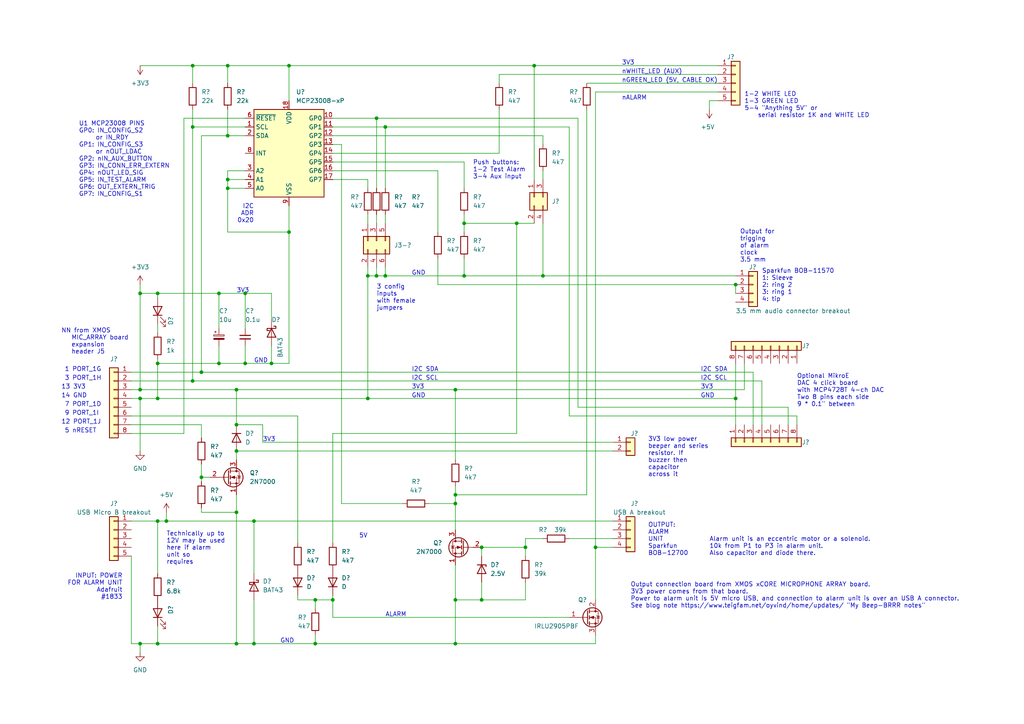
<source format=kicad_sch>
(kicad_sch (version 20211123) (generator eeschema)
  (paper "A4")
  (lib_symbols
    (symbol "Connector_Generic:Conn_01x02" (pin_names (offset 1.016) hide)
      (property "Reference" "J" (at 0 2.54 0))
      (property "Value" "Conn_01x02" (at 0 -5.08 0))
      (symbol "Conn_01x02_1_1"
        (rectangle (start -1.27 -2.413) (end 0 -2.667) (stroke (width 0.1524)))
        (rectangle (start -1.27 0.127) (end 0 -0.127) (stroke (width 0.1524)))
        (rectangle (start -1.27 1.27) (end 1.27 -3.81) (stroke (width 0.254)) (fill (type background)))
        (pin passive line (at -5.08 0 0) (length 3.81) (name "Pin_1") (number "1"))
        (pin passive line (at -5.08 -2.54 0) (length 3.81) (name "Pin_2") (number "2"))
      )
    )
    (symbol "Connector_Generic:Conn_01x04" (pin_names (offset 1.016) hide)
      (property "Reference" "J" (at 0 5.08 0))
      (property "Value" "Conn_01x04" (at 0 -7.62 0))
      (symbol "Conn_01x04_1_1"
        (rectangle (start -1.27 -4.953) (end 0 -5.207) (stroke (width 0.1524)))
        (rectangle (start -1.27 -2.413) (end 0 -2.667) (stroke (width 0.1524)))
        (rectangle (start -1.27 0.127) (end 0 -0.127) (stroke (width 0.1524)))
        (rectangle (start -1.27 2.667) (end 0 2.413) (stroke (width 0.1524)))
        (rectangle (start -1.27 3.81) (end 1.27 -6.35) (stroke (width 0.254)) (fill (type background)))
        (pin passive line (at -5.08 2.54 0) (length 3.81) (name "Pin_1") (number "1"))
        (pin passive line (at -5.08 0 0) (length 3.81) (name "Pin_2") (number "2"))
        (pin passive line (at -5.08 -2.54 0) (length 3.81) (name "Pin_3") (number "3"))
        (pin passive line (at -5.08 -5.08 0) (length 3.81) (name "Pin_4") (number "4"))
      )
    )
    (symbol "Connector_Generic:Conn_01x05" (pin_names (offset 1.016) hide)
      (property "Reference" "J" (at 0 7.62 0))
      (property "Value" "Conn_01x05" (at 0 -7.62 0))
      (symbol "Conn_01x05_1_1"
        (rectangle (start -1.27 -4.953) (end 0 -5.207) (stroke (width 0.1524)))
        (rectangle (start -1.27 -2.413) (end 0 -2.667) (stroke (width 0.1524)))
        (rectangle (start -1.27 0.127) (end 0 -0.127) (stroke (width 0.1524)))
        (rectangle (start -1.27 2.667) (end 0 2.413) (stroke (width 0.1524)))
        (rectangle (start -1.27 5.207) (end 0 4.953) (stroke (width 0.1524)))
        (rectangle (start -1.27 6.35) (end 1.27 -6.35) (stroke (width 0.254)) (fill (type background)))
        (pin passive line (at -5.08 5.08 0) (length 3.81) (name "Pin_1") (number "1"))
        (pin passive line (at -5.08 2.54 0) (length 3.81) (name "Pin_2") (number "2"))
        (pin passive line (at -5.08 0 0) (length 3.81) (name "Pin_3") (number "3"))
        (pin passive line (at -5.08 -2.54 0) (length 3.81) (name "Pin_4") (number "4"))
        (pin passive line (at -5.08 -5.08 0) (length 3.81) (name "Pin_5") (number "5"))
      )
    )
    (symbol "Connector_Generic:Conn_01x08" (pin_names (offset 1.016) hide)
      (property "Reference" "J" (at 0 10.16 0))
      (property "Value" "Conn_01x08" (at 0 -12.7 0))
      (symbol "Conn_01x08_1_1"
        (rectangle (start -1.27 -10.033) (end 0 -10.287) (stroke (width 0.1524)))
        (rectangle (start -1.27 -7.493) (end 0 -7.747) (stroke (width 0.1524)))
        (rectangle (start -1.27 -4.953) (end 0 -5.207) (stroke (width 0.1524)))
        (rectangle (start -1.27 -2.413) (end 0 -2.667) (stroke (width 0.1524)))
        (rectangle (start -1.27 0.127) (end 0 -0.127) (stroke (width 0.1524)))
        (rectangle (start -1.27 2.667) (end 0 2.413) (stroke (width 0.1524)))
        (rectangle (start -1.27 5.207) (end 0 4.953) (stroke (width 0.1524)))
        (rectangle (start -1.27 7.747) (end 0 7.493) (stroke (width 0.1524)))
        (rectangle (start -1.27 8.89) (end 1.27 -11.43) (stroke (width 0.254)) (fill (type background)))
        (pin passive line (at -5.08 7.62 0) (length 3.81) (name "Pin_1") (number "1"))
        (pin passive line (at -5.08 5.08 0) (length 3.81) (name "Pin_2") (number "2"))
        (pin passive line (at -5.08 2.54 0) (length 3.81) (name "Pin_3") (number "3"))
        (pin passive line (at -5.08 0 0) (length 3.81) (name "Pin_4") (number "4"))
        (pin passive line (at -5.08 -2.54 0) (length 3.81) (name "Pin_5") (number "5"))
        (pin passive line (at -5.08 -5.08 0) (length 3.81) (name "Pin_6") (number "6"))
        (pin passive line (at -5.08 -7.62 0) (length 3.81) (name "Pin_7") (number "7"))
        (pin passive line (at -5.08 -10.16 0) (length 3.81) (name "Pin_8") (number "8"))
      )
    )
    (symbol "Connector_Generic:Conn_02x02_Odd_Even" (pin_names (offset 1.016) hide)
      (property "Reference" "J" (at 1.27 2.54 0))
      (property "Value" "Conn_02x02_Odd_Even" (at 1.27 -5.08 0))
      (symbol "Conn_02x02_Odd_Even_1_1"
        (rectangle (start -1.27 -2.413) (end 0 -2.667) (stroke (width 0.1524)))
        (rectangle (start -1.27 0.127) (end 0 -0.127) (stroke (width 0.1524)))
        (rectangle (start -1.27 1.27) (end 3.81 -3.81) (stroke (width 0.254)) (fill (type background)))
        (rectangle (start 3.81 -2.413) (end 2.54 -2.667) (stroke (width 0.1524)))
        (rectangle (start 3.81 0.127) (end 2.54 -0.127) (stroke (width 0.1524)))
        (pin passive line (at -5.08 0 0) (length 3.81) (name "Pin_1") (number "1"))
        (pin passive line (at 7.62 0 180) (length 3.81) (name "Pin_2") (number "2"))
        (pin passive line (at -5.08 -2.54 0) (length 3.81) (name "Pin_3") (number "3"))
        (pin passive line (at 7.62 -2.54 180) (length 3.81) (name "Pin_4") (number "4"))
      )
    )
    (symbol "Connector_Generic:Conn_02x03_Odd_Even" (pin_names (offset 1.016) hide)
      (property "Reference" "J" (at 1.27 5.08 0))
      (property "Value" "Conn_02x03_Odd_Even" (at 1.27 -5.08 0))
      (symbol "Conn_02x03_Odd_Even_1_1"
        (rectangle (start -1.27 -2.413) (end 0 -2.667) (stroke (width 0.1524)))
        (rectangle (start -1.27 0.127) (end 0 -0.127) (stroke (width 0.1524)))
        (rectangle (start -1.27 2.667) (end 0 2.413) (stroke (width 0.1524)))
        (rectangle (start -1.27 3.81) (end 3.81 -3.81) (stroke (width 0.254)) (fill (type background)))
        (rectangle (start 3.81 -2.413) (end 2.54 -2.667) (stroke (width 0.1524)))
        (rectangle (start 3.81 0.127) (end 2.54 -0.127) (stroke (width 0.1524)))
        (rectangle (start 3.81 2.667) (end 2.54 2.413) (stroke (width 0.1524)))
        (pin passive line (at -5.08 2.54 0) (length 3.81) (name "Pin_1") (number "1"))
        (pin passive line (at 7.62 2.54 180) (length 3.81) (name "Pin_2") (number "2"))
        (pin passive line (at -5.08 0 0) (length 3.81) (name "Pin_3") (number "3"))
        (pin passive line (at 7.62 0 180) (length 3.81) (name "Pin_4") (number "4"))
        (pin passive line (at -5.08 -2.54 0) (length 3.81) (name "Pin_5") (number "5"))
        (pin passive line (at 7.62 -2.54 180) (length 3.81) (name "Pin_6") (number "6"))
      )
    )
    (symbol "Device:C_Polarized_Small" (pin_numbers hide) (pin_names (offset 0.254) hide)
      (property "Reference" "C" (at 0.254 1.778 0))
      (property "Value" "C_Polarized_Small" (at 0.254 -2.032 0))
      (symbol "C_Polarized_Small_0_1"
        (rectangle (start -1.524 -0.3048) (end 1.524 -0.6858) (fill (type outline)))
        (rectangle (start -1.524 0.6858) (end 1.524 0.3048))
        (polyline (pts (xy -1.27 1.524) (xy -0.762 1.524)))
        (polyline (pts (xy -1.016 1.27) (xy -1.016 1.778)))
      )
      (symbol "C_Polarized_Small_1_1"
        (pin passive line (at 0 2.54 270) (length 1.8542) (name "~") (number "1"))
        (pin passive line (at 0 -2.54 90) (length 1.8542) (name "~") (number "2"))
      )
    )
    (symbol "Device:C_Small" (pin_numbers hide) (pin_names (offset 0.254) hide)
      (property "Reference" "C" (at 0.254 1.778 0))
      (property "Value" "C_Small" (at 0.254 -2.032 0))
      (symbol "C_Small_0_1"
        (polyline (pts (xy -1.524 -0.508) (xy 1.524 -0.508)) (stroke (width 0.3302)))
        (polyline (pts (xy -1.524 0.508) (xy 1.524 0.508)) (stroke (width 0.3048)))
      )
      (symbol "C_Small_1_1"
        (pin passive line (at 0 2.54 270) (length 2.032) (name "~") (number "1"))
        (pin passive line (at 0 -2.54 90) (length 2.032) (name "~") (number "2"))
      )
    )
    (symbol "Device:D" (pin_numbers hide) (pin_names (offset 1.016) hide)
      (property "Reference" "D" (at 0 2.54 0))
      (property "Value" "D" (at 0 -2.54 0))
      (symbol "D_0_1"
        (polyline (pts (xy -1.27 1.27) (xy -1.27 -1.27)) (stroke (width 0.254)))
        (polyline (pts (xy 1.27 0) (xy -1.27 0)))
        (polyline (pts (xy 1.27 1.27) (xy 1.27 -1.27) (xy -1.27 0) (xy 1.27 1.27)) (stroke (width 0.254)))
      )
      (symbol "D_1_1"
        (pin passive line (at -3.81 0 0) (length 2.54) (name "K") (number "1"))
        (pin passive line (at 3.81 0 180) (length 2.54) (name "A") (number "2"))
      )
    )
    (symbol "Device:D_Zener" (pin_numbers hide) (pin_names (offset 1.016) hide)
      (property "Reference" "D" (at 0 2.54 0))
      (property "Value" "D_Zener" (at 0 -2.54 0))
      (symbol "D_Zener_0_1"
        (polyline (pts (xy 1.27 0) (xy -1.27 0)))
        (polyline (pts (xy -1.27 -1.27) (xy -1.27 1.27) (xy -0.762 1.27)) (stroke (width 0.254)))
        (polyline (pts (xy 1.27 -1.27) (xy 1.27 1.27) (xy -1.27 0) (xy 1.27 -1.27)) (stroke (width 0.254)))
      )
      (symbol "D_Zener_1_1"
        (pin passive line (at -3.81 0 0) (length 2.54) (name "K") (number "1"))
        (pin passive line (at 3.81 0 180) (length 2.54) (name "A") (number "2"))
      )
    )
    (symbol "Device:LED" (pin_numbers hide) (pin_names (offset 1.016) hide)
      (property "Reference" "D" (at 0 2.54 0))
      (property "Value" "LED" (at 0 -2.54 0))
      (symbol "LED_0_1"
        (polyline (pts (xy -1.27 -1.27) (xy -1.27 1.27)) (stroke (width 0.254)))
        (polyline (pts (xy -1.27 0) (xy 1.27 0)))
        (polyline (pts (xy 1.27 -1.27) (xy 1.27 1.27) (xy -1.27 0) (xy 1.27 -1.27)) (stroke (width 0.254)))
        (polyline (pts (xy -3.048 -0.762) (xy -4.572 -2.286) (xy -3.81 -2.286) (xy -4.572 -2.286) (xy -4.572 -1.524)))
        (polyline (pts (xy -1.778 -0.762) (xy -3.302 -2.286) (xy -2.54 -2.286) (xy -3.302 -2.286) (xy -3.302 -1.524)))
      )
      (symbol "LED_1_1"
        (pin passive line (at -3.81 0 0) (length 2.54) (name "K") (number "1"))
        (pin passive line (at 3.81 0 180) (length 2.54) (name "A") (number "2"))
      )
    )
    (symbol "Device:R" (pin_numbers hide) (pin_names (offset 0))
      (property "Reference" "R" (at 2.032 0 90))
      (property "Value" "R" (at 0 0 90))
      (symbol "R_0_1"
        (rectangle (start -1.016 -2.54) (end 1.016 2.54) (stroke (width 0.254)))
      )
      (symbol "R_1_1"
        (pin passive line (at 0 3.81 270) (length 1.27) (name "~") (number "1"))
        (pin passive line (at 0 -3.81 90) (length 1.27) (name "~") (number "2"))
      )
    )
    (symbol "Diode:BAT43" (pin_numbers hide) (pin_names (offset 1.016) hide)
      (property "Reference" "D" (at 0 2.54 0))
      (property "Value" "BAT43" (at 0 -2.54 0))
      (symbol "BAT43_0_1"
        (polyline (pts (xy 1.27 0) (xy -1.27 0)))
        (polyline (pts (xy 1.27 1.27) (xy 1.27 -1.27) (xy -1.27 0) (xy 1.27 1.27)) (stroke (width 0.254)))
        (polyline (pts (xy -1.905 0.635) (xy -1.905 1.27) (xy -1.27 1.27) (xy -1.27 -1.27) (xy -0.635 -1.27) (xy -0.635 -0.635)) (stroke (width 0.254)))
      )
      (symbol "BAT43_1_1"
        (pin passive line (at -3.81 0 0) (length 2.54) (name "K") (number "1"))
        (pin passive line (at 3.81 0 180) (length 2.54) (name "A") (number "2"))
      )
    )
    (symbol "Interface_Expansion:MCP23008-xP"
      (property "Reference" "U" (at -8.89 13.97 0))
      (property "Value" "MCP23008-xP" (at 8.89 13.97 0))
      (symbol "MCP23008-xP_0_1"
        (rectangle (start -10.16 12.7) (end 10.16 -12.7) (stroke (width 0.254)) (fill (type background)))
      )
      (symbol "MCP23008-xP_1_1"
        (pin input line (at -12.7 7.62 0) (length 2.54) (name "SCL") (number "1"))
        (pin bidirectional line (at 12.7 10.16 180) (length 2.54) (name "GP0") (number "10"))
        (pin bidirectional line (at 12.7 7.62 180) (length 2.54) (name "GP1") (number "11"))
        (pin bidirectional line (at 12.7 5.08 180) (length 2.54) (name "GP2") (number "12"))
        (pin bidirectional line (at 12.7 2.54 180) (length 2.54) (name "GP3") (number "13"))
        (pin bidirectional line (at 12.7 0 180) (length 2.54) (name "GP4") (number "14"))
        (pin bidirectional line (at 12.7 -2.54 180) (length 2.54) (name "GP5") (number "15"))
        (pin bidirectional line (at 12.7 -5.08 180) (length 2.54) (name "GP6") (number "16"))
        (pin bidirectional line (at 12.7 -7.62 180) (length 2.54) (name "GP7") (number "17"))
        (pin power_in line (at 0 15.24 270) (length 2.54) (name "VDD") (number "18"))
        (pin bidirectional line (at -12.7 5.08 0) (length 2.54) (name "SDA") (number "2"))
        (pin input line (at -12.7 -5.08 0) (length 2.54) (name "A2") (number "3"))
        (pin input line (at -12.7 -7.62 0) (length 2.54) (name "A1") (number "4"))
        (pin input line (at -12.7 -10.16 0) (length 2.54) (name "A0") (number "5"))
        (pin input line (at -12.7 10.16 0) (length 2.54) (name "~{RESET}") (number "6"))
        (pin no_connect line (at -10.16 -2.54 0) (length 2.54) hide (name "NC") (number "7"))
        (pin output line (at -12.7 0 0) (length 2.54) (name "INT") (number "8"))
        (pin power_in line (at 0 -15.24 90) (length 2.54) (name "VSS") (number "9"))
      )
    )
    (symbol "Transistor_FET:2N7000" (pin_names hide)
      (property "Reference" "Q" (at 5.08 1.905 0))
      (property "Value" "2N7000" (at 5.08 0 0))
      (symbol "2N7000_0_1"
        (polyline (pts (xy 0.254 0) (xy -2.54 0)))
        (polyline (pts (xy 0.254 1.905) (xy 0.254 -1.905)) (stroke (width 0.254)))
        (polyline (pts (xy 0.762 -1.27) (xy 0.762 -2.286)) (stroke (width 0.254)))
        (polyline (pts (xy 0.762 0.508) (xy 0.762 -0.508)) (stroke (width 0.254)))
        (polyline (pts (xy 0.762 2.286) (xy 0.762 1.27)) (stroke (width 0.254)))
        (polyline (pts (xy 2.54 2.54) (xy 2.54 1.778)))
        (polyline (pts (xy 2.54 -2.54) (xy 2.54 0) (xy 0.762 0)))
        (polyline (pts (xy 0.762 -1.778) (xy 3.302 -1.778) (xy 3.302 1.778) (xy 0.762 1.778)))
        (polyline (pts (xy 1.016 0) (xy 2.032 0.381) (xy 2.032 -0.381) (xy 1.016 0)) (fill (type outline)))
        (polyline (pts (xy 2.794 0.508) (xy 2.921 0.381) (xy 3.683 0.381) (xy 3.81 0.254)))
        (polyline (pts (xy 3.302 0.381) (xy 2.921 -0.254) (xy 3.683 -0.254) (xy 3.302 0.381)))
        (circle (center 1.651 0) (radius 2.794) (stroke (width 0.254)))
        (circle (center 2.54 -1.778) (radius 0.254) (fill (type outline)))
        (circle (center 2.54 1.778) (radius 0.254) (fill (type outline)))
      )
      (symbol "2N7000_1_1"
        (pin passive line (at 2.54 -5.08 90) (length 2.54) (name "S") (number "1"))
        (pin input line (at -5.08 0 0) (length 2.54) (name "G") (number "2"))
        (pin passive line (at 2.54 5.08 270) (length 2.54) (name "D") (number "3"))
      )
    )
    (symbol "Transistor_FET:IRF540N" (pin_names hide)
      (property "Reference" "Q" (at 6.35 1.905 0))
      (property "Value" "IRF540N" (at 6.35 0 0))
      (symbol "IRF540N_0_1"
        (polyline (pts (xy 0.254 0) (xy -2.54 0)))
        (polyline (pts (xy 0.254 1.905) (xy 0.254 -1.905)) (stroke (width 0.254)))
        (polyline (pts (xy 0.762 -1.27) (xy 0.762 -2.286)) (stroke (width 0.254)))
        (polyline (pts (xy 0.762 0.508) (xy 0.762 -0.508)) (stroke (width 0.254)))
        (polyline (pts (xy 0.762 2.286) (xy 0.762 1.27)) (stroke (width 0.254)))
        (polyline (pts (xy 2.54 2.54) (xy 2.54 1.778)))
        (polyline (pts (xy 2.54 -2.54) (xy 2.54 0) (xy 0.762 0)))
        (polyline (pts (xy 0.762 -1.778) (xy 3.302 -1.778) (xy 3.302 1.778) (xy 0.762 1.778)))
        (polyline (pts (xy 1.016 0) (xy 2.032 0.381) (xy 2.032 -0.381) (xy 1.016 0)) (fill (type outline)))
        (polyline (pts (xy 2.794 0.508) (xy 2.921 0.381) (xy 3.683 0.381) (xy 3.81 0.254)))
        (polyline (pts (xy 3.302 0.381) (xy 2.921 -0.254) (xy 3.683 -0.254) (xy 3.302 0.381)))
        (circle (center 1.651 0) (radius 2.794) (stroke (width 0.254)))
        (circle (center 2.54 -1.778) (radius 0.254) (fill (type outline)))
        (circle (center 2.54 1.778) (radius 0.254) (fill (type outline)))
      )
      (symbol "IRF540N_1_1"
        (pin input line (at -5.08 0 0) (length 2.54) (name "G") (number "1"))
        (pin passive line (at 2.54 5.08 270) (length 2.54) (name "D") (number "2"))
        (pin passive line (at 2.54 -5.08 90) (length 2.54) (name "S") (number "3"))
      )
    )
    (symbol "power:+3.3V" (power) (pin_names (offset 0))
      (property "Value" "+3.3V" (at 0 3.556 0))
      (symbol "+3.3V_0_1"
        (polyline (pts (xy -0.762 1.27) (xy 0 2.54)))
        (polyline (pts (xy 0 0) (xy 0 2.54)))
        (polyline (pts (xy 0 2.54) (xy 0.762 1.27)))
      )
      (symbol "+3.3V_1_1"
        (pin power_in line (at 0 0 90) (length 0) hide (name "+3V3") (number "1"))
      )
    )
    (symbol "power:+5V" (power) (pin_names (offset 0))
      (property "Value" "+5V" (at 0 3.556 0))
      (symbol "+5V_0_1"
        (polyline (pts (xy -0.762 1.27) (xy 0 2.54)))
        (polyline (pts (xy 0 0) (xy 0 2.54)))
        (polyline (pts (xy 0 2.54) (xy 0.762 1.27)))
      )
      (symbol "+5V_1_1"
        (pin power_in line (at 0 0 90) (length 0) hide (name "+5V") (number "1"))
      )
    )
    (symbol "power:GND" (power) (pin_names (offset 0))
      (property "Value" "GND" (at 0 -3.81 0))
      (symbol "GND_0_1"
        (polyline (pts (xy 0 0) (xy 0 -1.27) (xy 1.27 -1.27) (xy 0 -2.54) (xy -1.27 -1.27) (xy 0 -1.27)))
      )
      (symbol "GND_1_1"
        (pin power_in line (at 0 0 270) (length 0) hide (name "GND") (number "1"))
      )
    )
  )
  (junction (at 71.12 105.41))
  (junction (at 40.64 113.03))
  (junction (at 132.08 173.99))
  (junction (at 132.08 143.51))
  (junction (at 48.26 151.13))
  (junction (at 71.12 85.09))
  (junction (at 154.94 19.05))
  (junction (at 66.04 52.07))
  (junction (at 106.68 80.01))
  (junction (at 132.08 186.69))
  (junction (at 40.64 85.09))
  (junction (at 45.72 186.69))
  (junction (at 68.58 186.69))
  (junction (at 73.66 186.69))
  (junction (at 58.42 107.95))
  (junction (at 68.58 113.03))
  (junction (at 91.44 173.99))
  (junction (at 78.74 105.41))
  (junction (at 83.82 67.31))
  (junction (at 111.76 80.01))
  (junction (at 96.52 173.99))
  (junction (at 45.72 115.57))
  (junction (at 91.44 186.69))
  (junction (at 45.72 105.41))
  (junction (at 66.04 19.05))
  (junction (at 73.66 151.13))
  (junction (at 132.08 113.03))
  (junction (at 63.5 105.41))
  (junction (at 149.86 64.77))
  (junction (at 213.36 115.57))
  (junction (at 139.7 158.75))
  (junction (at 134.62 80.01))
  (junction (at 109.22 34.29))
  (junction (at 68.58 123.19))
  (junction (at 45.72 85.09))
  (junction (at 40.64 186.69))
  (junction (at 139.7 173.99))
  (junction (at 55.88 110.49))
  (junction (at 58.42 138.43))
  (junction (at 66.04 54.61))
  (junction (at 172.72 158.75))
  (junction (at 132.08 146.05))
  (junction (at 55.88 19.05))
  (junction (at 66.04 39.37))
  (junction (at 134.62 64.77))
  (junction (at 106.68 115.57))
  (junction (at 111.76 36.83))
  (junction (at 213.36 82.55))
  (junction (at 157.48 80.01))
  (junction (at 109.22 80.01))
  (junction (at 55.88 36.83))
  (junction (at 45.72 151.13))
  (junction (at 152.4 158.75))
  (junction (at 68.58 148.59))
  (junction (at 40.64 115.57))
  (junction (at 83.82 19.05))
  (junction (at 68.58 130.81))
  (junction (at 63.5 85.09))
  (wire (pts (xy 111.76 36.83) (xy 165.1 36.83)))
  (wire (pts (xy 111.76 36.83) (xy 111.76 54.61)))
  (wire (pts (xy 45.72 85.09) (xy 45.72 86.36)))
  (wire (pts (xy 139.7 158.75) (xy 152.4 158.75)))
  (wire (pts (xy 58.42 148.59) (xy 68.58 148.59)))
  (wire (pts (xy 106.68 62.23) (xy 106.68 64.77)))
  (wire (pts (xy 208.28 29.21) (xy 205.74 29.21)))
  (wire (pts (xy 149.86 125.73) (xy 96.52 125.73)))
  (wire (pts (xy 38.1 113.03) (xy 40.64 113.03)))
  (wire (pts (xy 53.34 34.29) (xy 71.12 34.29)))
  (wire (pts (xy 63.5 105.41) (xy 63.5 100.33)))
  (wire (pts (xy 55.88 110.49) (xy 220.98 110.49)))
  (wire (pts (xy 86.36 173.99) (xy 91.44 173.99)))
  (wire (pts (xy 68.58 113.03) (xy 68.58 123.19)))
  (wire (pts (xy 96.52 172.72) (xy 96.52 173.99)))
  (wire (pts (xy 48.26 148.59) (xy 48.26 151.13)))
  (wire (pts (xy 111.76 77.47) (xy 111.76 80.01)))
  (wire (pts (xy 55.88 36.83) (xy 71.12 36.83)))
  (wire (pts (xy 96.52 44.45) (xy 144.78 44.45)))
  (wire (pts (xy 152.4 168.91) (xy 152.4 173.99)))
  (wire (pts (xy 149.86 64.77) (xy 154.94 64.77)))
  (wire (pts (xy 66.04 54.61) (xy 66.04 67.31)))
  (wire (pts (xy 91.44 173.99) (xy 91.44 176.53)))
  (wire (pts (xy 157.48 64.77) (xy 157.48 80.01)))
  (wire (pts (xy 106.68 52.07) (xy 106.68 54.61)))
  (wire (pts (xy 71.12 54.61) (xy 66.04 54.61)))
  (wire (pts (xy 109.22 80.01) (xy 111.76 80.01)))
  (wire (pts (xy 63.5 105.41) (xy 71.12 105.41)))
  (wire (pts (xy 165.1 156.21) (xy 177.8 156.21)))
  (wire (pts (xy 172.72 184.15) (xy 172.72 186.69)))
  (wire (pts (xy 167.64 118.11) (xy 228.6 118.11)))
  (wire (pts (xy 218.44 107.95) (xy 218.44 123.19)))
  (wire (pts (xy 149.86 64.77) (xy 149.86 125.73)))
  (wire (pts (xy 139.7 173.99) (xy 152.4 173.99)))
  (wire (pts (xy 40.64 115.57) (xy 45.72 115.57)))
  (wire (pts (xy 205.74 29.21) (xy 205.74 31.75)))
  (wire (pts (xy 71.12 105.41) (xy 71.12 100.33)))
  (wire (pts (xy 109.22 34.29) (xy 109.22 54.61)))
  (wire (pts (xy 58.42 107.95) (xy 218.44 107.95)))
  (wire (pts (xy 38.1 120.65) (xy 86.36 120.65)))
  (wire (pts (xy 40.64 85.09) (xy 45.72 85.09)))
  (wire (pts (xy 106.68 77.47) (xy 106.68 80.01)))
  (wire (pts (xy 40.64 115.57) (xy 40.64 130.81)))
  (wire (pts (xy 106.68 80.01) (xy 109.22 80.01)))
  (wire (pts (xy 55.88 31.75) (xy 55.88 36.83)))
  (wire (pts (xy 170.18 24.13) (xy 208.28 24.13)))
  (wire (pts (xy 68.58 130.81) (xy 177.8 130.81)))
  (wire (pts (xy 45.72 181.61) (xy 45.72 186.69)))
  (wire (pts (xy 45.72 105.41) (xy 45.72 115.57)))
  (wire (pts (xy 154.94 19.05) (xy 154.94 52.07)))
  (wire (pts (xy 78.74 105.41) (xy 83.82 105.41)))
  (wire (pts (xy 66.04 67.31) (xy 83.82 67.31)))
  (wire (pts (xy 71.12 85.09) (xy 78.74 85.09)))
  (wire (pts (xy 55.88 19.05) (xy 55.88 24.13)))
  (wire (pts (xy 63.5 85.09) (xy 71.12 85.09)))
  (wire (pts (xy 58.42 139.7) (xy 58.42 138.43)))
  (wire (pts (xy 213.36 105.41) (xy 213.36 115.57)))
  (wire (pts (xy 134.62 74.93) (xy 134.62 80.01)))
  (wire (pts (xy 134.62 80.01) (xy 157.48 80.01)))
  (wire (pts (xy 132.08 186.69) (xy 172.72 186.69)))
  (wire (pts (xy 96.52 179.07) (xy 165.1 179.07)))
  (wire (pts (xy 40.64 186.69) (xy 40.64 189.23)))
  (wire (pts (xy 106.68 80.01) (xy 106.68 115.57)))
  (wire (pts (xy 38.1 123.19) (xy 58.42 123.19)))
  (wire (pts (xy 58.42 147.32) (xy 58.42 148.59)))
  (wire (pts (xy 231.14 123.19) (xy 231.14 120.65)))
  (wire (pts (xy 170.18 31.75) (xy 170.18 143.51)))
  (wire (pts (xy 127 82.55) (xy 213.36 82.55)))
  (wire (pts (xy 96.52 52.07) (xy 106.68 52.07)))
  (wire (pts (xy 58.42 134.62) (xy 58.42 138.43)))
  (wire (pts (xy 124.46 146.05) (xy 132.08 146.05)))
  (wire (pts (xy 55.88 19.05) (xy 66.04 19.05)))
  (wire (pts (xy 231.14 120.65) (xy 165.1 120.65)))
  (wire (pts (xy 45.72 151.13) (xy 48.26 151.13)))
  (wire (pts (xy 220.98 110.49) (xy 220.98 123.19)))
  (wire (pts (xy 96.52 46.99) (xy 134.62 46.99)))
  (wire (pts (xy 58.42 138.43) (xy 60.96 138.43)))
  (wire (pts (xy 45.72 115.57) (xy 106.68 115.57)))
  (wire (pts (xy 68.58 143.51) (xy 68.58 148.59)))
  (wire (pts (xy 58.42 39.37) (xy 66.04 39.37)))
  (wire (pts (xy 83.82 19.05) (xy 83.82 29.21)))
  (wire (pts (xy 111.76 80.01) (xy 134.62 80.01)))
  (wire (pts (xy 83.82 59.69) (xy 83.82 67.31)))
  (wire (pts (xy 96.52 41.91) (xy 99.06 41.91)))
  (wire (pts (xy 83.82 67.31) (xy 83.82 105.41)))
  (wire (pts (xy 132.08 143.51) (xy 132.08 146.05)))
  (wire (pts (xy 45.72 85.09) (xy 63.5 85.09)))
  (wire (pts (xy 45.72 105.41) (xy 63.5 105.41)))
  (wire (pts (xy 96.52 36.83) (xy 111.76 36.83)))
  (wire (pts (xy 76.2 128.27) (xy 76.2 123.19)))
  (wire (pts (xy 40.64 113.03) (xy 68.58 113.03)))
  (wire (pts (xy 66.04 49.53) (xy 66.04 52.07)))
  (wire (pts (xy 167.64 34.29) (xy 167.64 118.11)))
  (wire (pts (xy 213.36 115.57) (xy 213.36 123.19)))
  (wire (pts (xy 71.12 105.41) (xy 78.74 105.41)))
  (wire (pts (xy 134.62 64.77) (xy 134.62 67.31)))
  (wire (pts (xy 45.72 93.98) (xy 45.72 96.52)))
  (wire (pts (xy 58.42 123.19) (xy 58.42 127)))
  (wire (pts (xy 152.4 156.21) (xy 152.4 158.75)))
  (wire (pts (xy 45.72 186.69) (xy 68.58 186.69)))
  (wire (pts (xy 48.26 151.13) (xy 73.66 151.13)))
  (wire (pts (xy 127 49.53) (xy 127 67.31)))
  (wire (pts (xy 134.62 62.23) (xy 134.62 64.77)))
  (wire (pts (xy 132.08 146.05) (xy 132.08 153.67)))
  (wire (pts (xy 71.12 49.53) (xy 66.04 49.53)))
  (wire (pts (xy 177.8 128.27) (xy 76.2 128.27)))
  (wire (pts (xy 91.44 173.99) (xy 96.52 173.99)))
  (wire (pts (xy 132.08 113.03) (xy 215.9 113.03)))
  (wire (pts (xy 111.76 62.23) (xy 111.76 64.77)))
  (wire (pts (xy 40.64 85.09) (xy 40.64 113.03)))
  (wire (pts (xy 38.1 151.13) (xy 45.72 151.13)))
  (wire (pts (xy 38.1 125.73) (xy 53.34 125.73)))
  (wire (pts (xy 215.9 113.03) (xy 215.9 105.41)))
  (wire (pts (xy 132.08 173.99) (xy 132.08 186.69)))
  (wire (pts (xy 45.72 104.14) (xy 45.72 105.41)))
  (wire (pts (xy 71.12 85.09) (xy 71.12 95.25)))
  (wire (pts (xy 213.36 82.55) (xy 213.36 85.09)))
  (wire (pts (xy 132.08 163.83) (xy 132.08 173.99)))
  (wire (pts (xy 91.44 184.15) (xy 91.44 186.69)))
  (wire (pts (xy 38.1 115.57) (xy 40.64 115.57)))
  (wire (pts (xy 38.1 110.49) (xy 55.88 110.49)))
  (wire (pts (xy 134.62 46.99) (xy 134.62 54.61)))
  (wire (pts (xy 73.66 186.69) (xy 91.44 186.69)))
  (wire (pts (xy 71.12 52.07) (xy 66.04 52.07)))
  (wire (pts (xy 91.44 186.69) (xy 132.08 186.69)))
  (wire (pts (xy 109.22 62.23) (xy 109.22 64.77)))
  (wire (pts (xy 96.52 34.29) (xy 109.22 34.29)))
  (wire (pts (xy 66.04 19.05) (xy 66.04 24.13)))
  (wire (pts (xy 106.68 115.57) (xy 213.36 115.57)))
  (wire (pts (xy 152.4 158.75) (xy 152.4 161.29)))
  (wire (pts (xy 38.1 186.69) (xy 40.64 186.69)))
  (wire (pts (xy 96.52 39.37) (xy 157.48 39.37)))
  (wire (pts (xy 99.06 146.05) (xy 116.84 146.05)))
  (wire (pts (xy 208.28 21.59) (xy 144.78 21.59)))
  (wire (pts (xy 109.22 80.01) (xy 109.22 77.47)))
  (wire (pts (xy 144.78 21.59) (xy 144.78 24.13)))
  (wire (pts (xy 66.04 19.05) (xy 83.82 19.05)))
  (wire (pts (xy 154.94 19.05) (xy 208.28 19.05)))
  (wire (pts (xy 40.64 82.55) (xy 40.64 85.09)))
  (wire (pts (xy 55.88 36.83) (xy 55.88 110.49)))
  (wire (pts (xy 66.04 39.37) (xy 71.12 39.37)))
  (wire (pts (xy 157.48 49.53) (xy 157.48 52.07)))
  (wire (pts (xy 53.34 34.29) (xy 53.34 125.73)))
  (wire (pts (xy 172.72 26.67) (xy 172.72 158.75)))
  (wire (pts (xy 157.48 156.21) (xy 152.4 156.21)))
  (wire (pts (xy 73.66 151.13) (xy 177.8 151.13)))
  (wire (pts (xy 172.72 158.75) (xy 177.8 158.75)))
  (wire (pts (xy 165.1 120.65) (xy 165.1 36.83)))
  (wire (pts (xy 86.36 120.65) (xy 86.36 157.48)))
  (wire (pts (xy 45.72 151.13) (xy 45.72 166.37)))
  (wire (pts (xy 63.5 85.09) (xy 63.5 95.25)))
  (wire (pts (xy 139.7 158.75) (xy 139.7 161.29)))
  (wire (pts (xy 73.66 173.99) (xy 73.66 186.69)))
  (wire (pts (xy 96.52 125.73) (xy 96.52 157.48)))
  (wire (pts (xy 109.22 34.29) (xy 167.64 34.29)))
  (wire (pts (xy 157.48 39.37) (xy 157.48 41.91)))
  (wire (pts (xy 73.66 151.13) (xy 73.66 166.37)))
  (wire (pts (xy 58.42 39.37) (xy 58.42 107.95)))
  (wire (pts (xy 66.04 52.07) (xy 66.04 54.61)))
  (wire (pts (xy 134.62 64.77) (xy 149.86 64.77)))
  (wire (pts (xy 172.72 158.75) (xy 172.72 173.99)))
  (wire (pts (xy 68.58 148.59) (xy 68.58 186.69)))
  (wire (pts (xy 157.48 80.01) (xy 213.36 80.01)))
  (wire (pts (xy 132.08 173.99) (xy 139.7 173.99)))
  (wire (pts (xy 172.72 26.67) (xy 208.28 26.67)))
  (wire (pts (xy 96.52 173.99) (xy 96.52 179.07)))
  (wire (pts (xy 99.06 41.91) (xy 99.06 146.05)))
  (wire (pts (xy 96.52 49.53) (xy 127 49.53)))
  (wire (pts (xy 127 74.93) (xy 127 82.55)))
  (wire (pts (xy 132.08 143.51) (xy 170.18 143.51)))
  (wire (pts (xy 228.6 118.11) (xy 228.6 123.19)))
  (wire (pts (xy 139.7 168.91) (xy 139.7 173.99)))
  (wire (pts (xy 38.1 161.29) (xy 38.1 186.69)))
  (wire (pts (xy 83.82 19.05) (xy 154.94 19.05)))
  (wire (pts (xy 78.74 100.33) (xy 78.74 105.41)))
  (wire (pts (xy 132.08 113.03) (xy 132.08 133.35)))
  (wire (pts (xy 68.58 186.69) (xy 73.66 186.69)))
  (wire (pts (xy 68.58 130.81) (xy 68.58 133.35)))
  (wire (pts (xy 86.36 173.99) (xy 86.36 172.72)))
  (wire (pts (xy 132.08 140.97) (xy 132.08 143.51)))
  (wire (pts (xy 78.74 92.71) (xy 78.74 85.09)))
  (wire (pts (xy 38.1 107.95) (xy 58.42 107.95)))
  (wire (pts (xy 66.04 31.75) (xy 66.04 39.37)))
  (wire (pts (xy 144.78 31.75) (xy 144.78 44.45)))
  (wire (pts (xy 68.58 123.19) (xy 76.2 123.19)))
  (wire (pts (xy 68.58 113.03) (xy 132.08 113.03)))
  (wire (pts (xy 40.64 186.69) (xy 45.72 186.69)))
  (wire (pts (xy 40.64 19.05) (xy 55.88 19.05)))
  (text " 3 PORT_1H" (at 17.78 110.49 0) (effects (font (size 1.27 1.27)) (justify left bottom)))
  (text "Optional MikroE\nDAC 4 click board\nwith MCP4728T 4-ch DAC\nTwo 8 pins each side\n9 * 0.1\" between" (at 231.14 118.11 0) (effects (font (size 1.27 1.27)) (justify left bottom)))
  (text "GND" (at 73.66 105.41 0) (effects (font (size 1.27 1.27)) (justify left bottom)))
  (text "3V3" (at 76.2 128.27 0) (effects (font (size 1.27 1.27)) (justify left bottom)))
  (text "GND" (at 119.38 80.01 0) (effects (font (size 1.27 1.27)) (justify left bottom)))
  (text " 9 PORT_1I" (at 17.78 120.65 0) (effects (font (size 1.27 1.27)) (justify left bottom)))
  (text "3V3" (at 68.58 85.09 0) (effects (font (size 1.27 1.27)) (justify left bottom)))
  (text "I2C SDA" (at 119.38 107.95 0) (effects (font (size 1.27 1.27)) (justify left bottom)))
  (text "5V" (at 104.14 156.21 0) (effects (font (size 1.27 1.27)) (justify left bottom)))
  (text "nGREEN_LED (5V, CABLE OK)" (at 180.34 24.13 0) (effects (font (size 1.27 1.27)) (justify left bottom)))
  (text "I2C\nADR\n0x20" (at 73.66 64.77 180) (effects (font (size 1.27 1.27)) (justify right bottom)))
  (text " 1 PORT_1G" (at 17.78 107.95 0) (effects (font (size 1.27 1.27)) (justify left bottom)))
  (text "OUTPUT:\nALARM\nUNIT\nSparkfun \nBOB-12700" (at 187.96 161.29 0) (effects (font (size 1.27 1.27)) (justify left bottom)))
  (text "3V3" (at 119.38 113.03 0) (effects (font (size 1.27 1.27)) (justify left bottom)))
  (text "13 3V3" (at 17.78 113.03 0) (effects (font (size 1.27 1.27)) (justify left bottom)))
  (text "3 config\ninputs\nwith female \njumpers" (at 109.22 90.17 0) (effects (font (size 1.27 1.27)) (justify left bottom)))
  (text "GND" (at 119.38 115.57 0) (effects (font (size 1.27 1.27)) (justify left bottom)))
  (text "I2C SDA" (at 203.2 107.95 0) (effects (font (size 1.27 1.27)) (justify left bottom)))
  (text "NN from XMOS\n   MIC_ARRAY board\n   expansion\n   header J5" (at 17.78 102.87 0) (effects (font (size 1.27 1.27)) (justify left bottom)))
  (text "I2C SCL" (at 203.2 110.49 0) (effects (font (size 1.27 1.27)) (justify left bottom)))
  (text "nWHITE_LED (AUX)" (at 180.34 21.59 0) (effects (font (size 1.27 1.27)) (justify left bottom)))
  (text "Technically up to\n12V may be used\nhere if alarm \nunit so \nrequires" (at 48.26 163.83 0) (effects (font (size 1.27 1.27)) (justify left bottom)))
  (text "INPUT: POWER\nFOR ALARM UNIT\nAdafruit\n#1833" (at 35.56 173.99 180) (effects (font (size 1.27 1.27)) (justify right bottom)))
  (text "I2C SCL" (at 119.38 110.49 0) (effects (font (size 1.27 1.27)) (justify left bottom)))
  (text "12 PORT_1J" (at 17.78 123.19 0) (effects (font (size 1.27 1.27)) (justify left bottom)))
  (text " 7 PORT_1D" (at 17.78 118.11 0) (effects (font (size 1.27 1.27)) (justify left bottom)))
  (text " 5 nRESET" (at 17.78 125.73 0) (effects (font (size 1.27 1.27)) (justify left bottom)))
  (text "Output for\ntrigging\nof alarm\nclock\n3.5 mm" (at 214.63 76.2 0) (effects (font (size 1.27 1.27)) (justify left bottom)))
  (text "3V3 low power\nbeeper and series\nresistor. If \nbuzzer then \ncapacitor \nacross it" (at 187.96 138.43 0) (effects (font (size 1.27 1.27)) (justify left bottom)))
  (text "ALARM" (at 111.76 179.07 0) (effects (font (size 1.27 1.27)) (justify left bottom)))
  (text "GND" (at 203.2 115.57 0) (effects (font (size 1.27 1.27)) (justify left bottom)))
  (text "Push buttons:\n1-2 Test Alarm\n3-4 Aux input" (at 137.16 52.07 0) (effects (font (size 1.27 1.27)) (justify left bottom)))
  (text "Output connection board from XMOS xCORE MICROPHONE ARRAY board.\n3V3 power comes from that board.\nPower to alarm unit is 5V micro USB, and connection to alarm unit is over an USB A connector. \nSee blog note https://www.teigfam.net/oyvind/home/updates/ \"My Beep-BRRR notes\"" (at 182.88 176.53 0) (effects (font (size 1.27 1.27)) (justify left bottom)))
  (text "Alarm unit is an eccentric motor or a solenoid. \n10k from P1 to P3 in alarm unit. \nAlso capacitor and diode there." (at 205.74 161.29 0) (effects (font (size 1.27 1.27)) (justify left bottom)))
  (text "nALARM" (at 180.34 29.21 0) (effects (font (size 1.27 1.27)) (justify left bottom)))
  (text "14 GND" (at 17.78 115.57 0) (effects (font (size 1.27 1.27)) (justify left bottom)))
  (text "Sparkfun BOB-11570\n1: Sleeve\n2: ring 2\n3: ring 1\n4: tip" (at 220.98 87.63 0) (effects (font (size 1.27 1.27)) (justify left bottom)))
  (text "GND" (at 81.28 186.69 0) (effects (font (size 1.27 1.27)) (justify left bottom)))
  (text "3V3" (at 180.34 19.05 0) (effects (font (size 1.27 1.27)) (justify left bottom)))
  (text "1-2 WHITE LED\n1-3 GREEN LED\n5-4 \"Anything 5V\" or \n    serial resistor 1K and WHITE LED" (at 215.9 34.29 0) (effects (font (size 1.27 1.27)) (justify left bottom)))
  (text "3V3" (at 203.2 113.03 0) (effects (font (size 1.27 1.27)) (justify left bottom)))
  (text "U1 MCP23008 PINS\nGP0: IN_CONFIG_S2 \n     or IN_RDY\nGP1: IN_CONFIG_S3 \n     or nOUT_LDAC\nGP2: nIN_AUX_BUTTON\nGP3: IN_CONN_ERR_EXTERN\nGP4: nOUT_LED_SIG\nGP5: IN_TEST_ALARM\nGP6: OUT_EXTERN_TRIG\nGP7: IN_CONFIG_S1" (at 22.86 57.15 0) (effects (font (size 1.27 1.27)) (justify left bottom)))
  (symbol (lib_id "power:+3.3V") (at 40.64 82.55 0) (unit 1)
    (property "Reference" "#PWR?" (effects hide))
    (property "Value" "+3.3V" (at 40.64 77.47 0))
  )
  (symbol (lib_id "Device:D") (at 68.58 127 270) (unit 1)
    (property "Reference" "D?" (at 71.12 125.7299 90) (effects (justify left)))
    (property "Value" "D" (at 71.12 128.2699 90) (effects (justify left)))
    (property "Footprint" "Diode_THT:D_A-405_P2.54mm_Vertical_KathodeUp" (effects hide))
  )
  (symbol (lib_id "Connector_Generic:Conn_02x03_Odd_Even") (at 109.22 69.85 90) (mirror x) (unit 1)
    (property "Reference" "J3-?" (at 114.3 71.1199 90) (effects (justify right)))
    (property "Value" "Conn_02x03_Odd_Even" (effects hide))
    (property "Footprint" "Connector_PinHeader_2.54mm:PinHeader_2x03_P2.54mm_Vertical" (effects hide))
  )
  (symbol (lib_id "Device:R") (at 106.68 58.42 0) (unit 1)
    (property "Reference" "R?" (at 101.6 57.15 0) (effects (justify left)))
    (property "Value" "4k7" (at 101.6 59.69 0) (effects (justify left)))
    (property "Footprint" "Resistor_THT:R_Axial_DIN0204_L3.6mm_D1.6mm_P2.54mm_Vertical" (effects hide))
  )
  (symbol (lib_id "Device:R") (at 170.18 27.94 0) (unit 1)
    (property "Reference" "R?" (at 165.1 26.67 0) (effects (justify left)))
    (property "Value" "4k7" (at 165.1 29.21 0) (effects (justify left)))
    (property "Footprint" "Resistor_THT:R_Axial_DIN0204_L3.6mm_D1.6mm_P2.54mm_Vertical" (effects hide))
  )
  (symbol (lib_id "power:+5V") (at 205.74 31.75 180) (unit 1)
    (property "Reference" "#PWR?" (effects hide))
    (property "Value" "+5V" (at 203.2 36.83 0) (effects (justify right)))
  )
  (symbol (lib_id "Connector_Generic:Conn_01x02") (at 182.88 128.27 0) (unit 1)
    (property "Reference" "J?" (at 182.88 125.73 0) (effects (justify left)))
    (property "Value" "Conn_01x02" (effects hide))
    (property "Footprint" "Connector_PinHeader_2.54mm:PinHeader_1x02_P2.54mm_Vertical" (effects hide))
  )
  (symbol (lib_id "Device:R") (at 120.65 146.05 90) (unit 1)
    (property "Reference" "R?" (at 120.65 139.7 90))
    (property "Value" "4k7" (at 120.65 142.24 90))
    (property "Footprint" "Resistor_THT:R_Axial_DIN0204_L3.6mm_D1.6mm_P2.54mm_Vertical" (effects hide))
  )
  (symbol (lib_id "power:GND") (at 40.64 189.23 0) (unit 1)
    (property "Reference" "#PWR?" (effects hide))
    (property "Value" "GND" (at 40.64 194.31 0))
  )
  (symbol (lib_id "Device:LED") (at 45.72 90.17 90) (unit 1)
    (property "Reference" "D?" (at 49.53 91.7574 0) (effects (justify right)))
    (property "Value" "LED" (effects hide))
    (property "Footprint" "LED_THT:LED_D3.0mm" (effects hide))
  )
  (symbol (lib_id "Device:R") (at 157.48 45.72 0) (unit 1)
    (property "Reference" "R?" (at 160.02 44.4499 0) (effects (justify left)))
    (property "Value" "4k7" (at 160.02 46.9899 0) (effects (justify left)))
    (property "Footprint" "Resistor_THT:R_Axial_DIN0204_L3.6mm_D1.6mm_P2.54mm_Vertical" (effects hide))
  )
  (symbol (lib_id "Connector_Generic:Conn_01x08") (at 223.52 100.33 270) (mirror x) (unit 1)
    (property "Reference" "J?" (at 233.68 100.33 90))
    (property "Value" "Conn_01x08" (effects hide))
    (property "Footprint" "Connector_PinSocket_2.54mm:PinSocket_1x08_P2.54mm_Vertical" (effects hide))
  )
  (symbol (lib_id "Device:C_Small") (at 71.12 97.79 0) (unit 1)
    (property "Reference" "C?" (at 71.12 90.17 0) (effects (justify left)))
    (property "Value" "0.1u" (at 71.12 92.71 0) (effects (justify left)))
    (property "Footprint" "Capacitor_THT:C_Disc_D3.4mm_W2.1mm_P2.50mm" (effects hide))
  )
  (symbol (lib_id "Device:R") (at 66.04 27.94 0) (unit 1)
    (property "Reference" "R?" (at 68.58 26.6699 0) (effects (justify left)))
    (property "Value" "22k" (at 68.58 29.2099 0) (effects (justify left)))
    (property "Footprint" "Resistor_THT:R_Axial_DIN0204_L3.6mm_D1.6mm_P2.54mm_Vertical" (effects hide))
  )
  (symbol (lib_id "Connector_Generic:Conn_01x04") (at 182.88 153.67 0) (unit 1)
    (property "Reference" "J?" (at 182.88 146.05 0) (effects (justify left)))
    (property "Value" "USB A breakout" (at 177.8 148.59 0) (effects (justify left)))
    (property "Footprint" "Connector_PinHeader_2.54mm:PinHeader_1x04_P2.54mm_Vertical" (effects hide))
  )
  (symbol (lib_id "Device:R") (at 111.76 58.42 0) (unit 1)
    (property "Reference" "R?" (at 119.38 57.15 0) (effects (justify left)))
    (property "Value" "4k7" (at 119.38 59.69 0) (effects (justify left)))
    (property "Footprint" "Resistor_THT:R_Axial_DIN0204_L3.6mm_D1.6mm_P2.54mm_Vertical" (effects hide))
  )
  (symbol (lib_id "Device:R") (at 86.36 161.29 0) (unit 1)
    (property "Reference" "R?" (at 88.9 160.0199 0) (effects (justify left)))
    (property "Value" "4k7" (at 88.9 162.5599 0) (effects (justify left)))
    (property "Footprint" "Resistor_THT:R_Axial_DIN0204_L3.6mm_D1.6mm_P2.54mm_Vertical" (effects hide))
  )
  (symbol (lib_id "Diode:BAT43") (at 78.74 96.52 270) (unit 1)
    (property "Reference" "D?" (at 78.74 92.71 90) (effects (justify left)))
    (property "Value" "BAT43" (at 81.28 97.79 0) (effects (justify left)))
    (property "Footprint" "Diode_THT:D_A-405_P2.54mm_Vertical_KathodeUp" (effects hide))
    (property "Datasheet" "http://www.vishay.com/docs/85660/bat42.pdf" (effects hide))
  )
  (symbol (lib_id "Connector_Generic:Conn_01x08") (at 33.02 115.57 0) (mirror y) (unit 1)
    (property "Reference" "J?" (at 33.02 104.14 0))
    (property "Value" "Conn_01x08" (effects hide))
    (property "Footprint" "Connector_PinHeader_2.54mm:PinHeader_1x08_P2.54mm_Vertical" (effects hide))
  )
  (symbol (lib_id "Connector_Generic:Conn_01x08") (at 220.98 128.27 90) (mirror x) (unit 1)
    (property "Reference" "J?" (at 233.68 128.27 90))
    (property "Value" "Conn_01x08" (effects hide))
    (property "Footprint" "Connector_PinSocket_2.54mm:PinSocket_1x08_P2.54mm_Vertical" (effects hide))
  )
  (symbol (lib_id "Device:R") (at 55.88 27.94 0) (unit 1)
    (property "Reference" "R?" (at 58.42 26.6699 0) (effects (justify left)))
    (property "Value" "22k" (at 58.42 29.2099 0) (effects (justify left)))
    (property "Footprint" "Resistor_THT:R_Axial_DIN0204_L3.6mm_D1.6mm_P2.54mm_Vertical" (effects hide))
  )
  (symbol (lib_id "Device:D_Zener") (at 139.7 165.1 270) (unit 1)
    (property "Reference" "D?" (at 142.24 163.8299 90) (effects (justify left)))
    (property "Value" "2.5V" (at 142.24 166.3699 90) (effects (justify left)))
    (property "Footprint" "Diode_THT:D_A-405_P2.54mm_Vertical_KathodeUp" (effects hide))
  )
  (symbol (lib_id "Device:C_Polarized_Small") (at 63.5 97.79 0) (unit 1)
    (property "Reference" "C?" (at 63.5 90.17 0) (effects (justify left)))
    (property "Value" "10u" (at 63.5 92.71 0) (effects (justify left)))
    (property "Footprint" "Capacitor_THT:CP_Radial_D5.0mm_P2.50mm" (effects hide))
  )
  (symbol (lib_id "Device:R") (at 134.62 58.42 0) (unit 1)
    (property "Reference" "R?" (at 137.16 57.1499 0) (effects (justify left)))
    (property "Value" "4k7" (at 137.16 59.6899 0) (effects (justify left)))
    (property "Footprint" "Resistor_THT:R_Axial_DIN0204_L3.6mm_D1.6mm_P2.54mm_Vertical" (effects hide))
  )
  (symbol (lib_id "Connector_Generic:Conn_02x02_Odd_Even") (at 154.94 57.15 90) (mirror x) (unit 1)
    (property "Reference" "J?" (at 160.02 58.4199 90) (effects (justify right)))
    (property "Value" "Conn_02x02_Odd_Even" (effects hide))
    (property "Footprint" "Connector_PinHeader_2.54mm:PinHeader_2x02_P2.54mm_Vertical" (effects hide))
  )
  (symbol (lib_id "Device:R") (at 45.72 170.18 0) (unit 1)
    (property "Reference" "R?" (at 48.26 168.91 0) (effects (justify left)))
    (property "Value" "6.8k" (at 48.26 171.45 0) (effects (justify left)))
    (property "Footprint" "Resistor_THT:R_Axial_DIN0204_L3.6mm_D1.6mm_P2.54mm_Vertical" (effects hide))
  )
  (symbol (lib_id "Device:R") (at 96.52 161.29 0) (unit 1)
    (property "Reference" "R?" (at 99.06 160.0199 0) (effects (justify left)))
    (property "Value" "4k7" (at 99.06 162.5599 0) (effects (justify left)))
    (property "Footprint" "Resistor_THT:R_Axial_DIN0204_L3.6mm_D1.6mm_P2.54mm_Vertical" (effects hide))
  )
  (symbol (lib_id "Transistor_FET:2N7000") (at 66.04 138.43 0) (unit 1)
    (property "Reference" "Q?" (at 72.39 137.1599 0) (effects (justify left)))
    (property "Value" "2N7000" (at 72.39 139.6999 0) (effects (justify left)))
    (property "Footprint" "Package_TO_SOT_THT:TO-92S_Wide" (effects hide))
    (property "Datasheet" "https://www.onsemi.com/pub/Collateral/NDS7002A-D.PDF" (effects hide))
  )
  (symbol (lib_id "Device:R") (at 91.44 180.34 0) (unit 1)
    (property "Reference" "R?" (at 86.36 179.07 0) (effects (justify left)))
    (property "Value" "4k7" (at 86.36 181.61 0) (effects (justify left)))
    (property "Footprint" "Resistor_THT:R_Axial_DIN0204_L3.6mm_D1.6mm_P2.54mm_Vertical" (effects hide))
  )
  (symbol (lib_id "Device:LED") (at 45.72 177.8 90) (unit 1)
    (property "Reference" "D?" (at 49.53 175.5774 0) (effects (justify right)))
    (property "Value" "LED" (effects hide))
    (property "Footprint" "LED_THT:LED_D3.0mm" (effects hide))
  )
  (symbol (lib_id "Connector_Generic:Conn_01x05") (at 213.36 24.13 0) (unit 1)
    (property "Reference" "J?" (at 210.82 16.51 0) (effects (justify left)))
    (property "Value" "Conn_01x08" (effects hide))
    (property "Footprint" "Connector_PinSocket_2.54mm:PinSocket_1x05_P2.54mm_Vertical" (effects hide))
  )
  (symbol (lib_id "Device:R") (at 127 71.12 0) (unit 1)
    (property "Reference" "R?" (at 129.54 69.8499 0) (effects (justify left)))
    (property "Value" "4k7" (at 129.54 72.3899 0) (effects (justify left)))
    (property "Footprint" "Resistor_THT:R_Axial_DIN0204_L3.6mm_D1.6mm_P2.54mm_Vertical" (effects hide))
  )
  (symbol (lib_id "Device:R") (at 132.08 137.16 0) (unit 1)
    (property "Reference" "R?" (at 134.62 135.8899 0) (effects (justify left)))
    (property "Value" "4k7" (at 134.62 138.4299 0) (effects (justify left)))
    (property "Footprint" "Resistor_THT:R_Axial_DIN0204_L3.6mm_D1.6mm_P2.54mm_Vertical" (effects hide))
  )
  (symbol (lib_id "Interface_Expansion:MCP23008-xP") (at 83.82 44.45 0) (unit 1)
    (property "Reference" "U?" (at 85.8394 26.67 0) (effects (justify left)))
    (property "Value" "MCP23008-xP" (at 85.8394 29.21 0) (effects (justify left)))
    (property "Footprint" "Package_DIP:DIP-18_W7.62mm" (effects hide))
    (property "Datasheet" "http://ww1.microchip.com/downloads/en/DeviceDoc/MCP23008-MCP23S08-Data-Sheet-20001919F.pdf" (effects hide))
  )
  (symbol (lib_id "power:GND") (at 40.64 130.81 0) (unit 1)
    (property "Reference" "#PWR?" (effects hide))
    (property "Value" "GND" (at 40.64 135.89 0))
  )
  (symbol (lib_id "Connector_Generic:Conn_01x05") (at 33.02 156.21 0) (mirror y) (unit 1)
    (property "Reference" "J?" (at 33.02 146.05 0))
    (property "Value" "USB Micro B breakout" (at 33.02 148.59 0))
    (property "Footprint" "Connector_PinHeader_2.54mm:PinHeader_1x05_P2.54mm_Vertical" (effects hide))
  )
  (symbol (lib_id "Device:R") (at 161.29 156.21 270) (unit 1)
    (property "Reference" "R?" (at 157.48 153.67 90))
    (property "Value" "39k" (at 162.56 153.67 90))
    (property "Footprint" "Resistor_THT:R_Axial_DIN0204_L3.6mm_D1.6mm_P2.54mm_Vertical" (effects hide))
  )
  (symbol (lib_id "Device:D") (at 86.36 168.91 90) (unit 1)
    (property "Reference" "D?" (at 88.9 167.6399 90) (effects (justify right)))
    (property "Value" "D" (at 88.9 170.1799 90) (effects (justify right)))
    (property "Footprint" "Diode_THT:D_A-405_P2.54mm_Vertical_KathodeUp" (effects hide))
  )
  (symbol (lib_id "Device:R") (at 58.42 130.81 0) (unit 1)
    (property "Reference" "R?" (at 60.96 129.5399 0) (effects (justify left)))
    (property "Value" "4k7" (at 60.96 132.0799 0) (effects (justify left)))
    (property "Footprint" "Resistor_THT:R_Axial_DIN0204_L3.6mm_D1.6mm_P2.54mm_Vertical" (effects hide))
  )
  (symbol (lib_id "Device:R") (at 45.72 100.33 0) (unit 1)
    (property "Reference" "R?" (at 48.26 99.06 0) (effects (justify left)))
    (property "Value" "1k" (at 48.26 101.6 0) (effects (justify left)))
    (property "Footprint" "Resistor_THT:R_Axial_DIN0204_L3.6mm_D1.6mm_P2.54mm_Vertical" (effects hide))
  )
  (symbol (lib_id "Transistor_FET:2N7000") (at 134.62 158.75 0) (mirror y) (unit 1)
    (property "Reference" "Q?" (at 128.27 157.4799 0) (effects (justify left)))
    (property "Value" "2N7000" (at 128.27 160.0199 0) (effects (justify left)))
    (property "Footprint" "Package_TO_SOT_THT:TO-92S_Wide" (effects hide))
    (property "Datasheet" "https://www.onsemi.com/pub/Collateral/NDS7002A-D.PDF" (effects hide))
  )
  (symbol (lib_id "Device:R") (at 109.22 58.42 0) (unit 1)
    (property "Reference" "R?" (at 114.3 57.15 0) (effects (justify left)))
    (property "Value" "4k7" (at 114.3 59.69 0) (effects (justify left)))
    (property "Footprint" "Resistor_THT:R_Axial_DIN0204_L3.6mm_D1.6mm_P2.54mm_Vertical" (effects hide))
  )
  (symbol (lib_id "Connector_Generic:Conn_01x04") (at 218.44 82.55 0) (unit 1)
    (property "Reference" "J?" (at 217.17 77.47 0) (effects (justify left)))
    (property "Value" "3.5 mm audio connector breakout" (at 213.36 90.17 0) (effects (justify left)))
    (property "Footprint" "Connector_PinHeader_2.54mm:PinHeader_1x04_P2.54mm_Vertical" (effects hide))
  )
  (symbol (lib_id "Device:R") (at 58.42 143.51 0) (unit 1)
    (property "Reference" "R?" (at 60.96 142.2399 0) (effects (justify left)))
    (property "Value" "4k7" (at 60.96 144.7799 0) (effects (justify left)))
    (property "Footprint" "Resistor_THT:R_Axial_DIN0204_L3.6mm_D1.6mm_P2.54mm_Vertical" (effects hide))
  )
  (symbol (lib_id "Device:R") (at 134.62 71.12 0) (unit 1)
    (property "Reference" "R?" (at 137.16 69.8499 0) (effects (justify left)))
    (property "Value" "4k7" (at 137.16 72.3899 0) (effects (justify left)))
    (property "Footprint" "Resistor_THT:R_Axial_DIN0204_L3.6mm_D1.6mm_P2.54mm_Vertical" (effects hide))
  )
  (symbol (lib_id "Device:R") (at 152.4 165.1 0) (unit 1)
    (property "Reference" "R?" (at 154.94 163.8299 0) (effects (justify left)))
    (property "Value" "39k" (at 154.94 166.3699 0) (effects (justify left)))
    (property "Footprint" "Resistor_THT:R_Axial_DIN0204_L3.6mm_D1.6mm_P2.54mm_Vertical" (effects hide))
  )
  (symbol (lib_id "power:+3.3V") (at 40.64 19.05 180) (unit 1)
    (property "Reference" "#PWR?" (effects hide))
    (property "Value" "+3.3V" (at 40.64 24.13 0))
  )
  (symbol (lib_id "Device:D") (at 96.52 168.91 90) (unit 1)
    (property "Reference" "D?" (at 99.06 167.6399 90) (effects (justify right)))
    (property "Value" "D" (at 99.06 170.1799 90) (effects (justify right)))
    (property "Footprint" "Diode_THT:D_A-405_P2.54mm_Vertical_KathodeUp" (effects hide))
  )
  (symbol (lib_id "power:+5V") (at 48.26 148.59 0) (unit 1)
    (property "Reference" "#PWR?" (effects hide))
    (property "Value" "+5V" (at 48.26 143.51 0))
  )
  (symbol (lib_id "Transistor_FET:IRF540N") (at 170.18 179.07 0) (unit 1)
    (property "Reference" "Q?" (at 167.64 173.99 0) (effects (justify left)))
    (property "Value" "IRLU2905PBF" (at 154.94 181.61 0) (effects (justify left)))
    (property "Footprint" "Package_TO_SOT_THT:TO-92S_Wide" (effects hide))
    (property "Datasheet" "https://www.elfadistrelec.no/Web/Downloads/05/_e/lgIRLR-IRLU2905_E.pdf" (effects hide))
  )
  (symbol (lib_id "Diode:BAT43") (at 73.66 170.18 270) (unit 1)
    (property "Reference" "D?" (at 76.2 168.5924 90) (effects (justify left)))
    (property "Value" "BAT43" (at 76.2 171.1324 90) (effects (justify left)))
    (property "Footprint" "Diode_THT:D_A-405_P2.54mm_Vertical_KathodeUp" (effects hide))
    (property "Datasheet" "http://www.vishay.com/docs/85660/bat42.pdf" (effects hide))
  )
  (symbol (lib_id "Device:R") (at 144.78 27.94 0) (unit 1)
    (property "Reference" "R?" (at 147.32 26.6699 0) (effects (justify left)))
    (property "Value" "4k7" (at 147.32 29.2099 0) (effects (justify left)))
    (property "Footprint" "Resistor_THT:R_Axial_DIN0204_L3.6mm_D1.6mm_P2.54mm_Vertical" (effects hide))
  )
)
</source>
